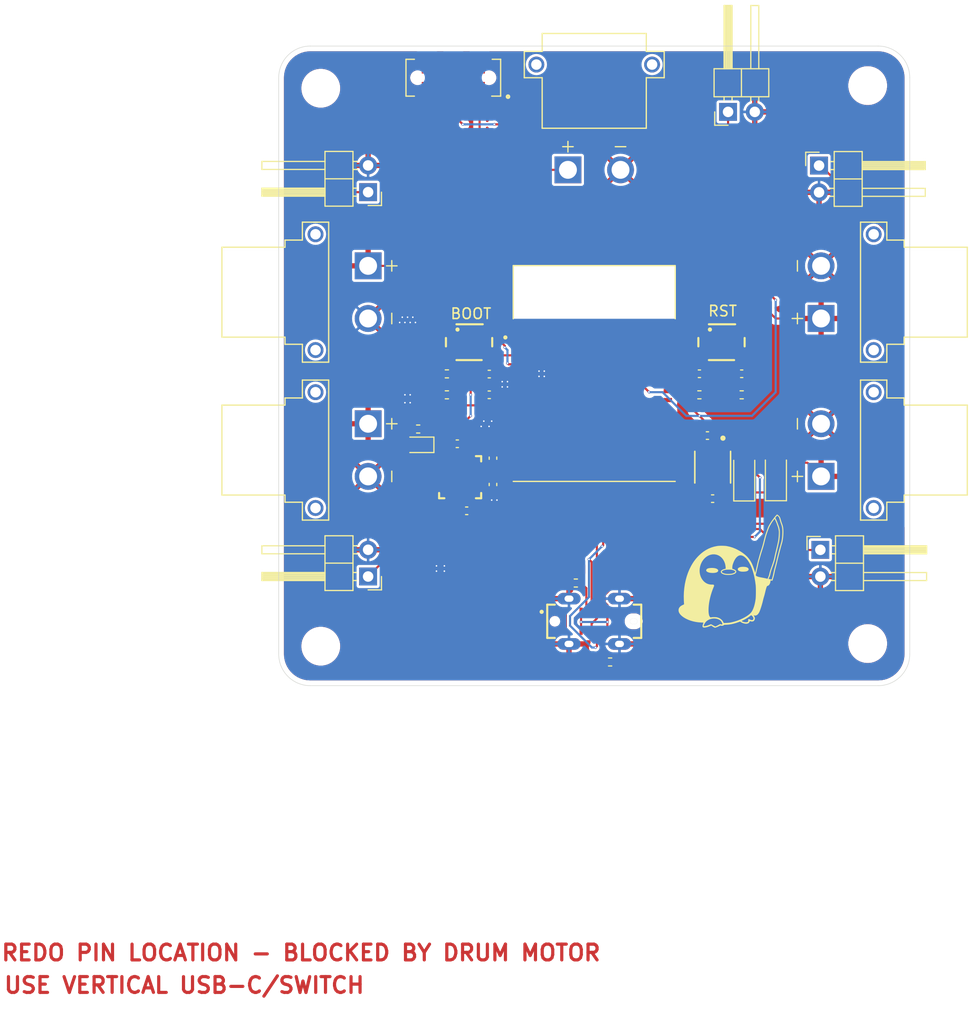
<source format=kicad_pcb>
(kicad_pcb (version 20240108) (generator "pcbnew") (generator_version "8.0")
  (layers (0 "F.Cu" signal) (31 "B.Cu" signal) (34 "B.Paste" user) (35 "F.Paste" user) (36 "B.SilkS" user "B.Silkscreen") (37 "F.SilkS" user "F.Silkscreen") (38 "B.Mask" user) (39 "F.Mask" user) (44 "Edge.Cuts" user))
  (net 0 "")
  (net 1 "GND")
  (net 2 "+3V3")
  (net 3 "+BATT")
  (net 4 "Net-(D1-K)")
  (net 5 "Net-(C11-Pad2)")
  (net 6 "/Main Drive /EN")
  (net 7 "/Main Drive /Az")
  (net 8 "/Main Drive /Ay")
  (net 9 "/Main Drive /Ax")
  (net 10 "/Main Drive /d_motor")
  (net 11 "Net-(D2-A)")
  (net 12 "/Main Drive /l_motor")
  (net 13 "/Main Drive /r_motor")
  (net 14 "Net-(U4-IO4)")
  (net 15 "/Main Drive /Boot")
  (net 17 "/Main Drive /SCL")
  (net 22 "/Main Drive /DP")
  (net 30 "/Main Drive /SDA")
  (net 35 "/Main Drive /DN")
  (net 50 "+V_USB")
  (net 51 "/Main Drive /d_motor_2")
  (net 53 "Net-(SW1-B)")
  (net 60 "Net-(J11-CC2)")
  (net 61 "Net-(J11-CC1)")
  (footprint "Capacitor_SMD:C_0402_1005Metric" (layer "F.Cu") (at 170.02 95.40132)
    (property "Reference" "C13" (hide yes))
    (property "Value" "22uF" (hide yes))
  )
  (footprint "ADXL335:LFCSP-16" (layer "F.Cu") (at 167.25 105.19632)
    (property "Reference" "U5" (hide yes))
    (property "Value" "ADXL335" (hide yes))
  )
  (footprint "LED_SMD:LED_0603_1608Metric" (layer "F.Cu") (at 163.27 102.12132 180)
    (property "Reference" "D2" (hide yes))
    (property "Value" "LED" (hide yes))
  )
  (footprint "XT30PW-F:AMASS_XT30PW-F" (layer "F.Cu") (at 206.56925 87.62132 -90)
    (property "Reference" "J1" (hide yes))
    (property "Value" "XT30PW-F")
  )
  (footprint "esp32s3mini:XCVR_ESP32-S3-MINI-1-N8" (layer "F.Cu") (at 180 97.87132)
    (property "Reference" "U4" (hide yes))
    (property "Value" "ESP32-S3-MINI-1-N8" (hide yes))
  )
  (footprint "Resistor_SMD:R_0402_1005Metric" (layer "F.Cu") (at 181.51 122.75)
    (property "Reference" "R1" (hide yes))
    (property "Value" "5.1k")
  )
  (footprint "XT30PW-F:AMASS_XT30PW-F" (layer "F.Cu") (at 153.5 102.62132 90)
    (property "Reference" "J5" (hide yes))
    (property "Value" "XT30PW-F")
  )
  (footprint "JS102011JAQN:SW_JS102011JAQN" (layer "F.Cu") (at 166.6 67.25 180)
    (property "Reference" "SW1" (hide yes))
    (property "Value" "SW_SPDT")
  )
  (footprint "TLV76601:DRB0008J-IPC_A" (layer "F.Cu") (at 191.263033 104.24382 -90)
    (property "Reference" "U2" (hide yes))
    (property "Value" "TLV76601QWDRBRQ1" (hide yes))
  )
  (footprint "Resistor_SMD:R_0402_1005Metric" (layer "F.Cu") (at 178.25 115.25 180)
    (property "Reference" "R2" (hide yes))
    (property "Value" "5.1k")
  )
  (footprint "Capacitor_SMD:C_0402_1005Metric" (layer "F.Cu") (at 170.02 97.37132)
    (property "Reference" "C14" (hide yes))
    (property "Value" "0.1uF" (hide yes))
  )
  (footprint "Capacitor_SMD:C_0402_1005Metric" (layer "F.Cu") (at 170.3734 105.88972 -90)
    (property "Reference" "C17" (hide yes))
    (property "Value" "0.1uF" (hide yes))
  )
  (footprint "Resistor_SMD:R_0402_1005Metric" (layer "F.Cu") (at 190 97.37132)
    (property "Reference" "R12" (hide yes))
    (property "Value" "10k" (hide yes))
  )
  (footprint "MountingHole:MountingHole_3.2mm_M3_DIN965" (layer "F.Cu") (at 154 68.25)
    (property "Reference" "H4" (hide yes))
    (property "Value" "MountingHole")
  )
  (footprint "Diode_SMD:D_SOD-123F" (layer "F.Cu") (at 197.2725 105.22132 90)
    (property "Reference" "D1" (hide yes))
    (property "Value" "D" (hide yes))
  )
  (footprint "Capacitor_SMD:C_0402_1005Metric" (layer "F.Cu") (at 166.98 102.02132 180)
    (property "Reference" "C15" (hide yes))
    (property "Value" "0.1uF" (hide yes))
  )
  (footprint "Connector_PinHeader_2.54mm:PinHeader_1x02_P2.54mm_Horizontal" (layer "F.Cu") (at 192.725 70.49632 90)
    (property "Reference" "J10" (hide yes))
    (property "Value" "Conn_01x02_Pin")
  )
  (footprint "Capacitor_SMD:C_0402_1005Metric" (layer "F.Cu") (at 191.258032 107.234353)
    (property "Reference" "C2" (hide yes))
    (property "Value" "1uF")
  )
  (footprint "Connector_PinHeader_2.54mm:PinHeader_1x02_P2.54mm_Horizontal" (layer "F.Cu") (at 158.5 78.12132 180)
    (property "Reference" "J8" (hide yes))
    (property "Value" "Conn_01x02_Pin")
  )
  (footprint "Capacitor_SMD:C_0402_1005Metric" (layer "F.Cu") (at 194.02 95.37132)
    (property "Reference" "C11" (hide yes))
    (property "Value" "0.1uF" (hide yes))
  )
  (footprint "customFootprints:rockerSwitch-434133025816" (layer "F.Cu") (at 168 92.37132)
    (property "Reference" "SW4" (hide yes))
    (property "Value" "~" (hide yes))
  )
  (footprint "Resistor_SMD:R_0402_1005Metric" (layer "F.Cu") (at 165.99 95.38132)
    (property "Reference" "R10" (hide yes))
    (property "Value" "5.1k" (hide yes))
  )
  (footprint "Connector_PinHeader_2.54mm:PinHeader_1x02_P2.54mm_Horizontal" (layer "F.Cu") (at 201.375 75.59632)
    (property "Reference" "J2" (hide yes))
    (property "Value" "Conn_01x02_Pin")
  )
  (footprint "bitmaps:knife_win_10x13" (layer "F.Cu") (at 193.001139 114.12132)
    (property "Reference" "G***" (hide yes))
    (property "Value" "LOGO" (hide yes))
  )
  (footprint "Resistor_SMD:R_0402_1005Metric" (layer "F.Cu") (at 194.02 97.37132 180)
    (property "Reference" "R13" (hide yes))
    (property "Value" "10k" (hide yes))
  )
  (footprint "MountingHole:MountingHole_3.2mm_M3_DIN965" (layer "F.Cu") (at 154 121.25)
    (property "Reference" "H1" (hide yes))
    (property "Value" "MountingHole")
  )
  (footprint "Resistor_SMD:R_0402_1005Metric" (layer "F.Cu") (at 165.99 97.37132 180)
    (property "Reference" "R11" (hide yes))
    (property "Value" "5.1k" (hide yes))
  )
  (footprint "Resistor_SMD:R_0402_1005Metric" (layer "F.Cu") (at 163.26 100.62132 180)
    (property "Reference" "R16" (hide yes))
    (property "Value" "510" (hide yes))
  )
  (footprint "USB4120-03-C_REVA:GCT_USB4120-03-C_REVA" (layer "F.Cu") (at 180 118.885)
    (property "Reference" "J11" (hide yes))
    (property "Value" "USB4120-03-C_REVA")
    (fp_line (start 3.65 -0.26) (end 3.85 -0.26) (stroke (width 0.01)) (layer "Edge.Cuts"))
    (fp_line (start 3.85 0.26) (end 3.65 0.26) (stroke (width 0.01)) (layer "Edge.Cuts"))
    (fp_arc (start 3.39 0) (mid 3.466152 -0.183848) (end 3.65 -0.26) (stroke (width 0.01)) (layer "Edge.Cuts"))
    (fp_arc (start 3.65 0.26) (mid 3.466152 0.183848) (end 3.39 0) (stroke (width 0.01)) (layer "Edge.Cuts"))
    (fp_arc (start 3.85 -0.26) (mid 4.033848 -0.183848) (end 4.11 0) (stroke (width 0.01)) (layer "Edge.Cuts"))
    (fp_arc (start 4.11 0) (mid 4.033848 0.183848) (end 3.85 0.26) (stroke (width 0.01)) (layer "Edge.Cuts"))
  )
  (footprint "customFootprints:rockerSwitch-434133025816" (layer "F.Cu") (at 192 92.37132)
    (property "Reference" "SW3" (hide yes))
    (property "Value" "~" (hide yes))
  )
  (footprint "Capacitor_SMD:C_0402_1005Metric" (layer "F.Cu") (at 170.3734 103.38972 90)
    (property "Reference" "C18" (hide yes))
    (property "Value" "0.1uF" (hide yes))
  )
  (footprint "Capacitor_SMD:C_0402_1005Metric" (layer "F.Cu") (at 190 95.37132 180)
    (property "Reference" "C12" (hide yes))
    (property "Value" "1uF" (hide yes))
  )
  (footprint "Connector_PinHeader_2.54mm:PinHeader_1x02_P2.54mm_Horizontal" (layer "F.Cu") (at 158.5 114.63132 180)
    (property "Reference" "J9" (hide yes))
    (property "Value" "Conn_01x02_Pin")
  )
  (footprint "XT30PW-F:AMASS_XT30PW-F" (layer "F.Cu") (at 206.56925 102.62132 -90)
    (property "Reference" "J4" (hide yes))
    (property "Value" "XT30PW-F")
  )
  (footprint "XT30PW-M:AMASS_XT30PW-M" (layer "F.Cu") (at 180 66)
    (property "Reference" "J3" (hide yes))
    (property "Value" "XT30PW-M")
  )
  (footprint "MountingHole:MountingHole_3.2mm_M3_DIN965" (layer "F.Cu") (at 206 121)
    (property "Reference" "H2" (hide yes))
    (property "Value" "MountingHole")
  )
  (footprint "Capacitor_SMD:C_0402_1005Metric" (layer "F.Cu") (at 167.8734 108.38972 180)
    (property "Reference" "C16" (hide yes))
    (property "Value" "0.1uF" (hide yes))
  )
  (footprint "Capacitor_SMD:C_0402_1005Metric" (layer "F.Cu") (at 190.763033 101.24382)
    (property "Reference" "C1" (hide yes))
    (property "Value" "2.2uF")
  )
  (footprint "XT30PW-F:AMASS_XT30PW-F" (layer "F.Cu") (at 153.5 87.62132 90)
    (property "Reference" "J6" (hide yes))
    (property "Value" "XT30PW-F")
  )
  (footprint "MountingHole:MountingHole_3.2mm_M3_DIN965" (layer "F.Cu") (at 206 68)
    (property "Reference" "H3" (hide yes))
    (property "Value" "MountingHole")
  )
  (footprint "Connector_PinHeader_2.54mm:PinHeader_1x02_P2.54mm_Horizontal" (layer "F.Cu") (at 201.5 112.09632)
    (property "Reference" "J7" (hide yes))
    (property "Value" "Conn_01x02_Pin")
  )
  (footprint "Diode_SMD:D_SOD-123F" (layer "F.Cu") (at 194.263033 105.24382 90)
    (property "Reference" "D3" (hide yes))
    (property "Value" "D" (hide yes))
  )
  (gr_line (start 207 125) (end 153 125) (stroke (width 0.05)) (layer "Edge.Cuts"))
  (gr_arc (start 150 67.24264) (mid 150.87868 65.12132) (end 153 64.24264) (stroke (width 0.05)) (layer "Edge.Cuts"))
  (gr_line (start 210 67.24264) (end 210.000001 122.000001) (stroke (width 0.05)) (layer "Edge.Cuts"))
  (gr_line (start 153 64.24264) (end 207 64.24264) (stroke (width 0.05)) (layer "Edge.Cuts"))
  (gr_arc (start 153 125) (mid 150.87868 124.12132) (end 150 122) (stroke (width 0.05)) (layer "Edge.Cuts"))
  (gr_arc (start 210.000001 122.000001) (mid 209.121321 124.121321) (end 207.000001 125.000001) (stroke (width 0.05)) (layer "Edge.Cuts"))
  (gr_arc (start 207 64.24264) (mid 209.12132 65.12132) (end 210 67.24264) (stroke (width 0.05)) (layer "Edge.Cuts"))
  (gr_line (start 150 122) (end 150 67.24264) (stroke (width 0.05)) (layer "Edge.Cuts"))
  (gr_text "USE VERTICAL USB-C/SWITCH\n\n" (at 123.75 156.75 0) (layer "F.Cu") (effects (font (size 1.5 1.5) (thickness 0.3) (bold yes)) (justify left bottom)))
  (gr_text "REDO PIN LOCATION - BLOCKED BY DRUM MOTOR" (at 123.5 151.25 0) (layer "F.Cu") (effects (font (size 1.5 1.5) (thickness 0.3) (bold yes)) (justify left bottom)))
  (gr_text "BOOT" (at 166.25 90.25 0) (layer "F.SilkS") (effects (font (size 1 1)) (justify left bottom)))
  (gr_text "RST\n" (at 190.75 90 0) (layer "F.SilkS") (effects (font (size 1 1)) (justify left bottom)))
  (segment (start 171.165686 103.702006) (end 170.3734 102.90972) (width 0.2) (layer "F.Cu") (net 1))
  (segment (start 166.925 106.94632) (end 166.925 105.52132) (width 0.2) (layer "F.Cu") (net 1))
  (segment (start 166.925 105.52132) (end 167.25 105.19632) (width 0.2) (layer "F.Cu") (net 1))
  (segment (start 190.288034 103.268821) (end 191.263033 104.24382) (width 0.2) (layer "F.Cu") (net 1))
  (segment (start 190.938032 105.734353) (end 190.938032 104.568821) (width 0.2) (layer "F.Cu") (net 1))
  (segment (start 171.165686 104.22132) (end 171.165686 103.702006) (width 0.2) (layer "F.Cu") (net 1))
  (segment (start 190.288034 102.753287) (end 190.288034 103.268821) (width 0.2) (layer "F.Cu") (net 1))
  (segment (start 171.815686 104.87132) (end 171.165686 104.22132) (width 0.2) (layer "F.Cu") (net 1))
  (segment (start 166.925 104.87132) (end 167.25 105.19632) (width 0.2) (layer "F.Cu") (net 1))
  (segment (start 166.925 105.52132) (end 165.5 105.52132) (width 0.2) (layer "F.Cu") (net 1))
  (segment (start 190.938032 104.568821) (end 191.263033 104.24382) (width 0.2) (layer "F.Cu") (net 1))
  (segment (start 173 104.87132) (end 171.815686 104.87132) (width 0.2) (layer "F.Cu") (net 1))
  (segment (start 165.5 104.87132) (end 166.925 104.87132) (width 0.2) (layer "F.Cu") (net 1))
  (via (at 165 114.12132) (size 0.25) (drill 0.15) (layers "F.Cu" "B.Cu") (net 1))
  (via (at 169.25 100.37132) (size 0.25) (drill 0.15) (layers "F.Cu" "B.Cu") (net 1))
  (via (at 161.75 90) (size 0.25) (drill 0.15) (layers "F.Cu" "B.Cu") (net 1))
  (via (at 174.75 95.12132) (size 0.25) (drill 0.15) (layers "F.Cu" "B.Cu") (net 1))
  (via (at 170.25 99.87132) (size 0.25) (drill 0.15) (layers "F.Cu" "B.Cu") (net 1))
  (via (at 165.75 114.12132) (size 0.25) (drill 0.15) (layers "F.Cu" "B.Cu") (net 1))
  (via (at 171.75 96.62132) (size 0.25) (drill 0.15) (layers "F.Cu" "B.Cu") (net 1))
  (via (at 162.5 97.37132) (size 0.25) (drill 0.15) (layers "F.Cu" "B.Cu") (net 1))
  (via (at 162.5 90.5) (size 0.25) (drill 0.15) (layers "F.Cu" "B.Cu") (net 1))
  (via (at 161.5 90.5) (size 0.25) (drill 0.15) (layers "F.Cu" "B.Cu") (net 1))
  (via (at 162.5 98.12132) (size 0.25) (drill 0.15) (layers "F.Cu" "B.Cu") (net 1))
  (via (at 162 90.5) (size 0.25) (drill 0.15) (layers "F.Cu" "B.Cu") (net 1))
  (via (at 165 113.62132) (size 0.25) (drill 0.15) (layers "F.Cu" "B.Cu") (net 1))
  (via (at 162 97.37132) (size 0.25) (drill 0.15) (layers "F.Cu" "B.Cu") (net 1))
  (via (at 162.25 90) (size 0.25) (drill 0.15) (layers "F.Cu" "B.Cu") (net 1))
  (via (at 165.75 113.62132) (size 0.25) (drill 0.15) (layers "F.Cu" "B.Cu") (net 1))
  (via (at 171.25 96.62132) (size 0.25) (drill 0.15) (layers "F.Cu" "B.Cu") (net 1))
  (via (at 170 100.37132) (size 0.25) (drill 0.15) (layers "F.Cu" "B.Cu") (net 1))
  (via (at 170.25 107.37132) (size 0.25) (drill 0.15) (layers "F.Cu" "B.Cu") (net 1))
  (via (at 162.75 90) (size 0.25) (drill 0.15) (layers "F.Cu" "B.Cu") (net 1))
  (via (at 174.75 95.62132) (size 0.25) (drill 0.15) (layers "F.Cu" "B.Cu") (net 1))
  (via (at 175.25 95.62132) (size 0.25) (drill 0.15) (layers "F.Cu" "B.Cu") (net 1))
  (via (at 170.75 107.37132) (size 0.25) (drill 0.15) (layers "F.Cu" "B.Cu") (net 1))
  (via (at 163 90.5) (size 0.25) (drill 0.15) (layers "F.Cu" "B.Cu") (net 1))
  (via (at 162 98.12132) (size 0.25) (drill 0.15) (layers "F.Cu" "B.Cu") (net 1))
  (via (at 171.75 96.12132) (size 0.25) (drill 0.15) (layers "F.Cu" "B.Cu") (net 1))
  (via (at 171.25 96.12132) (size 0.25) (drill 0.15) (layers "F.Cu" "B.Cu") (net 1))
  (via (at 175.25 95.12132) (size 0.25) (drill 0.15) (layers "F.Cu" "B.Cu") (net 1))
  (via (at 169.5 99.87132) (size 0.25) (drill 0.15) (layers "F.Cu" "B.Cu") (net 1))
  (segment (start 190.022272 99.393592) (end 190.022272 99.413592) (width 0.2) (layer "F.Cu") (net 2))
  (segment (start 167.46 100.16132) (end 168.25 99.37132) (width 0.2) (layer "F.Cu") (net 2))
  (segment (start 190.022272 99.413592) (end 190 99.39132) (width 0.2) (layer "F.Cu") (net 2))
  (segment (start 185.2 97.1) (end 181.72132 93.62132) (width 0.2) (layer "F.Cu") (net 2))
  (segment (start 169.54 95.33132) (end 169.54 95.40132) (width 0.2) (layer "F.Cu") (net 2))
  (segment (start 166.06 100.62132) (end 167.46 102.02132) (width 0.2) (layer "F.Cu") (net 2))
  (segment (start 190 99.39132) (end 190 99.37132) (width 0.2) (layer "F.Cu") (net 2))
  (segment (start 173 93.62132) (end 171.25 93.62132) (width 0.2) (layer "F.Cu") (net 2))
  (segment (start 192.725 83.84632) (end 197.25 88.37132) (width 0.2) (layer "F.Cu") (net 2))
  (segment (start 189.49 98.88132) (end 189.98 99.37132) (width 0.2) (layer "F.Cu") (net 2))
  (segment (start 192.238032 102.238819) (end 192.238032 102.753287) (width 0.2) (layer "F.Cu") (net 2))
  (segment (start 181.72132 93.62132) (end 181.75 93.62132) (width 0.2) (layer "F.Cu") (net 2))
  (segment (start 189.98 99.37132) (end 190 99.37132) (width 0.2) (layer "F.Cu") (net 2))
  (segment (start 171.25 93.62132) (end 169.54 95.33132) (width 0.2) (layer "F.Cu") (net 2))
  (segment (start 173 93.62132) (end 181.72132 93.62132) (width 0.2) (layer "F.Cu") (net 2))
  (segment (start 190 99.37132) (end 190.022272 99.393592) (width 0.2) (layer "F.Cu") (net 2))
  (segment (start 167.46 102.02132) (end 167.46 100.16132) (width 0.2) (layer "F.Cu") (net 2))
  (segment (start 163.77 100.62132) (end 166.06 100.62132) (width 0.2) (layer "F.Cu") (net 2))
  (segment (start 190.938032 101.548821) (end 191.243033 101.24382) (width 0.2) (layer "F.Cu") (net 2))
  (segment (start 168.25 97.37132) (end 168.25 96.69132) (width 0.2) (layer "F.Cu") (net 2))
  (segment (start 168.25 96.69132) (end 169.54 95.40132) (width 0.2) (layer "F.Cu") (net 2))
  (segment (start 192.725 70.49632) (end 192.725 83.84632) (width 0.2) (layer "F.Cu") (net 2))
  (segment (start 191.243033 101.24382) (end 192.238032 102.238819) (width 0.2) (layer "F.Cu") (net 2))
  (segment (start 191.243033 100.614353) (end 190 99.37132) (width 0.2) (layer "F.Cu") (net 2))
  (segment (start 189.49 98.88132) (end 189.49 97.37132) (width 0.2) (layer "F.Cu") (net 2))
  (segment (start 191.243033 101.24382) (end 191.243033 100.614353) (width 0.2) (layer "F.Cu") (net 2))
  (segment (start 190.938032 102.753287) (end 190.938032 101.548821) (width 0.2) (layer "F.Cu") (net 2))
  (via (at 168.25 99.37132) (size 0.25) (drill 0.15) (layers "F.Cu" "B.Cu") (net 2))
  (via (at 168.25 97.37132) (size 0.25) (drill 0.15) (layers "F.Cu" "B.Cu") (net 2))
  (via (at 197.25 88.37132) (size 0.25) (drill 0.15) (layers "F.Cu" "B.Cu") (net 2))
  (via (at 190 99.37132) (size 0.25) (drill 0.15) (layers "F.Cu" "B.Cu") (net 2))
  (via (at 185.2 97.1) (size 0.25) (drill 0.15) (layers "F.Cu" "B.Cu") (net 2))
  (segment (start 197.25 88.37132) (end 197.25 97.12132) (width 0.2) (layer "B.Cu") (net 2))
  (segment (start 168.25 97.37132) (end 168.25 99.37132) (width 0.2) (layer "B.Cu") (net 2))
  (segment (start 195 99.37132) (end 190 99.37132) (width 0.2) (layer "B.Cu") (net 2))
  (segment (start 188.75 99.37132) (end 190 99.37132) (width 0.2) (layer "B.Cu") (net 2))
  (segment (start 185.22868 97.12132) (end 185.2 97.1) (width 0.2) (layer "B.Cu") (net 2))
  (segment (start 185.25 97.12132) (end 185.22868 97.12132) (width 0.2) (layer "B.Cu") (net 2))
  (segment (start 185.2 97.1) (end 185.27132 97.12132) (width 0.2) (layer "B.Cu") (net 2))
  (segment (start 197.25 97.12132) (end 195 99.37132) (width 0.2) (layer "B.Cu") (net 2))
  (segment (start 186.5 97.12132) (end 188.75 99.37132) (width 0.2) (layer "B.Cu") (net 2))
  (segment (start 185.27132 97.12132) (end 186.5 97.12132) (width 0.2) (layer "B.Cu") (net 2))
  (segment (start 169.25 77.92132) (end 169.1 77.77132) (width 0.2) (layer "F.Cu") (net 3))
  (segment (start 158.74 95.38132) (end 165.48 95.38132) (width 0.2) (layer "F.Cu") (net 3))
  (segment (start 172.95 77.92132) (end 173 77.87132) (width 0.2) (layer "F.Cu") (net 3))
  (segment (start 158.5 100.12132) (end 158.5 95.62132) (width 0.2) (layer "F.Cu") (net 3))
  (segment (start 200.26925 103.82132) (end 201.56925 105.12132) (width 0.2) (layer "F.Cu") (net 3))
  (segment (start 165.75 85.12132) (end 169.25 81.62132) (width 0.2) (layer "F.Cu") (net 3))
  (segment (start 174.5 79.37132) (end 186.5 79.37132) (width 0.2) (layer "F.Cu") (net 3))
  (segment (start 197.2725 103.82132) (end 200.26925 103.82132) (width 0.2) (layer "F.Cu") (net 3))
  (segment (start 197.25 90.12132) (end 201.56925 90.12132) (width 0.2) (layer "F.Cu") (net 3))
  (segment (start 186.5 79.37132) (end 197.25 90.12132) (width 0.2) (layer "F.Cu") (net 3))
  (segment (start 169.1 77.77132) (end 169.1 68.45) (width 0.2) (layer "F.Cu") (net 3))
  (segment (start 169.25 77.92132) (end 172.95 77.92132) (width 0.2) (layer "F.Cu") (net 3))
  (segment (start 158.5 85.12132) (end 165.75 85.12132) (width 0.2) (layer "F.Cu") (net 3))
  (segment (start 173 77.87132) (end 174.5 79.37132) (width 0.2) (layer "F.Cu") (net 3))
  (segment (start 158.5 95.62132) (end 158.74 95.38132) (width 0.2) (layer "F.Cu") (net 3))
  (segment (start 169.25 81.62132) (end 169.25 77.92132) (width 0.2) (layer "F.Cu") (net 3))
  (segment (start 190.288034 106.744355) (end 190.778032 107.234353) (width 0.2) (layer "F.Cu") (net 4))
  (segment (start 190.288034 105.734353) (end 190.288034 106.744355) (width 0.2) (layer "F.Cu") (net 4))
  (segment (start 194.263033 106.64382) (end 197.25 106.64382) (width 0.2) (layer "F.Cu") (net 4))
  (segment (start 192.238032 106.399885) (end 192.238032 105.734353) (width 0.2) (layer "F.Cu") (net 4))
  (segment (start 192.481967 106.64382) (end 194.263033 106.64382) (width 0.2) (layer "F.Cu") (net 4))
  (segment (start 192.138032 106.499885) (end 192.238032 106.399885) (width 0.2) (layer "F.Cu") (net 4))
  (segment (start 192.238032 106.399885) (end 192.481967 106.64382) (width 0.2) (layer "F.Cu") (net 4))
  (segment (start 197.25 106.64382) (end 197.2725 106.62132) (width 0.2) (layer "F.Cu") (net 4))
  (segment (start 190.778032 107.234353) (end 191.5125 106.499885) (width 0.2) (layer "F.Cu") (net 4))
  (segment (start 191.5125 106.499885) (end 192.138032 106.499885) (width 0.2) (layer "F.Cu") (net 4))
  (segment (start 187 91.92132) (end 187.35 91.92132) (width 0.2) (layer "F.Cu") (net 6))
  (segment (start 188.5 95.12132) (end 188.75 95.37132) (width 0.2) (layer "F.Cu") (net 6))
  (segment (start 188.75 95.37132) (end 189.52 95.37132) (width 0.2) (layer "F.Cu") (net 6))
  (segment (start 187.35 91.92132) (end 188.5 93.07132) (width 0.2) (layer "F.Cu") (net 6))
  (segment (start 188.5 93.07132) (end 188.5 95.12132) (width 0.2) (layer "F.Cu") (net 6))
  (segment (start 175.75 106.62132) (end 175.75 104.87132) (width 0.2) (layer "F.Cu") (net 7))
  (segment (start 168.225 108.26132) (end 168.3534 108.38972) (width 0.2) (layer "F.Cu") (net 7))
  (segment (start 168.3534 108.38972) (end 173.9816 108.38972) (width 0.2) (layer "F.Cu") (net 7))
  (segment (start 173.9816 108.38972) (end 175.75 106.62132) (width 0.2) (layer "F.Cu") (net 7))
  (segment (start 168.225 106.94632) (end 168.225 108.26132) (width 0.2) (layer "F.Cu") (net 7))
  (segment (start 174.9 104.87132) (end 174.9 105.537006) (width 0.2) (layer "F.Cu") (net 8))
  (segment (start 169 105.52132) (end 170.2618 105.52132) (width 0.2) (layer "F.Cu") (net 8))
  (segment (start 174.9 105.537006) (end 173.665685 106.77132) (width 0.2) (layer "F.Cu") (net 8))
  (segment (start 170.2618 105.52132) (end 170.3734 105.40972) (width 0.2) (layer "F.Cu") (net 8))
  (segment (start 171.735 106.77132) (end 170.3734 105.40972) (width 0.2) (layer "F.Cu") (net 8))
  (segment (start 173.665685 106.77132) (end 171.735 106.77132) (width 0.2) (layer "F.Cu") (net 8))
  (segment (start 171 104.62132) (end 171.5 105.12132) (width 0.2) (layer "F.Cu") (net 9))
  (segment (start 172 106.37132) (end 173.5 106.37132) (width 0.2) (layer "F.Cu") (net 9))
  (segment (start 170.0218 104.22132) (end 170.3734 103.86972) (width 0.2) (layer "F.Cu") (net 9))
  (segment (start 170.0218 104.22132) (end 170.121134 104.22132) (width 0.2) (layer "F.Cu") (net 9))
  (segment (start 171.5 105.12132) (end 171.5 105.87132) (width 0.2) (layer "F.Cu") (net 9))
  (segment (start 170.121134 104.22132) (end 170.521134 104.62132) (width 0.2) (layer "F.Cu") (net 9))
  (segment (start 170.521134 104.62132) (end 171 104.62132) (width 0.2) (layer "F.Cu") (net 9))
  (segment (start 171.5 105.87132) (end 172 106.37132) (width 0.2) (layer "F.Cu") (net 9))
  (segment (start 173.5 106.37132) (end 174.05 105.82132) (width 0.2) (layer "F.Cu") (net 9))
  (segment (start 174.05 105.82132) (end 174.05 104.87132) (width 0.2) (layer "F.Cu") (net 9))
  (segment (start 169 104.22132) (end 170.0218 104.22132) (width 0.2) (layer "F.Cu") (net 9))
  (segment (start 179.15 105.47132) (end 179.15 104.87132) (width 0.2) (layer "F.Cu") (net 10))
  (segment (start 158.5 114.63132) (end 161.26 111.87132) (width 0.2) (layer "F.Cu") (net 10))
  (segment (start 161.26 111.87132) (end 172.75 111.87132) (width 0.2) (layer "F.Cu") (net 10))
  (segment (start 172.75 111.87132) (end 179.15 105.47132) (width 0.2) (layer "F.Cu") (net 10))
  (segment (start 181.7 104.87132) (end 181.7 105.07132) (width 0.2) (layer "F.Cu") (net 12))
  (segment (start 195.75 110.12132) (end 197.74 112.11132) (width 0.2) (layer "F.Cu") (net 12))
  (segment (start 197.74 112.11132) (end 201.5 112.11132) (width 0.2) (layer "F.Cu") (net 12))
  (segment (start 181.7 105.07132) (end 186.75 110.12132) (width 0.2) (layer "F.Cu") (net 12))
  (segment (start 186.75 110.12132) (end 195.75 110.12132) (width 0.2) (layer "F.Cu") (net 12))
  (segment (start 208.75 82.811488) (end 201.519832 75.58132) (width 0.2) (layer "F.Cu") (net 13))
  (segment (start 182.55 104.87132) (end 182.55 105.07132) (width 0.2) (layer "F.Cu") (net 13))
  (segment (start 187.1 109.62132) (end 208.75 109.62132) (width 0.2) (layer "F.Cu") (net 13))
  (segment (start 201.519832 75.58132) (end 201.5 75.58132) (width 0.2) (layer "F.Cu") (net 13))
  (segment (start 208.75 109.62132) (end 208.75 82.811488) (width 0.2) (layer "F.Cu") (net 13))
  (segment (start 182.55 105.07132) (end 187.1 109.62132) (width 0.2) (layer "F.Cu") (net 13))
  (segment (start 171.75 98.37132) (end 167.5 98.37132) (width 0.2) (layer "F.Cu") (net 14))
  (segment (start 167.5 98.37132) (end 166.5 97.37132) (width 0.2) (layer "F.Cu") (net 14))
  (segment (start 172.25 97.87132) (end 171.75 98.37132) (width 0.2) (layer "F.Cu") (net 14))
  (segment (start 173 97.87132) (end 172.25 97.87132) (width 0.2) (layer "F.Cu") (net 14))
  (segment (start 170.075 91.29632) (end 171.5 92.72132) (width 0.2) (layer "F.Cu") (net 15))
  (segment (start 170.075 91.44632) (end 170.075 91.29632) (width 0.2) (layer "F.Cu") (net 15))
  (segment (start 171.953554 94.47132) (end 173 94.47132) (width 0.2) (layer "F.Cu") (net 15))
  (segment (start 171.953554 94.47132) (end 171.85 94.47132) (width 0.2) (layer "F.Cu") (net 15))
  (segment (start 171.85 94.47132) (end 171.75 94.37132) (width 0.2) (layer "F.Cu") (net 15))
  (segment (start 171.5 92.72132) (end 171.5 92.87132) (width 0.2) (layer "F.Cu") (net 15))
  (via (at 171.75 94.37132) (size 0.25) (drill 0.15) (layers "F.Cu" "B.Cu") (net 15))
  (via (at 171.5 92.87132) (size 0.25) (drill 0.15) (layers "F.Cu" "B.Cu") (net 15))
  (segment (start 171.75 93.12132) (end 171.5 92.87132) (width 0.2) (layer "B.Cu") (net 15))
  (segment (start 171.75 94.37132) (end 171.75 93.12132) (width 0.2) (layer "B.Cu") (net 15))
  (segment (start 180.25 121.25) (end 180.25 119.75) (width 0.2) (layer "F.Cu") (net 22))
  (segment (start 179.75 113.25) (end 179.5 113) (width 0.2) (layer "F.Cu") (net 22))
  (segment (start 180.85 111.65) (end 180.85 104.87132) (width 0.2) (layer "F.Cu") (net 22))
  (segment (start 180.75 111.75) (end 180.85 111.65) (width 0.2) (layer "F.Cu") (net 22))
  (segment (start 179.75 118.02) (end 179.75 113.25) (width 0.2) (layer "F.Cu") (net 22))
  (segment (start 180.125 121.375) (end 180.25 121.25) (width 0.2) (layer "F.Cu") (net 22))
  (via (at 180.75 111.75) (size 0.25) (drill 0.15) (layers "F.Cu" "B.Cu") (net 22))
  (via (at 180.125 121.375) (size 0.25) (drill 0.15) (layers "F.Cu" "B.Cu") (net 22))
  (via (at 179.5 113) (size 0.25) (drill 0.15) (layers "F.Cu" "B.Cu") (net 22))
  (segment (start 180 112.5) (end 180.75 111.75) (width 0.2) (layer "B.Cu") (net 22))
  (segment (start 180.125 121.375) (end 179.775 121.375) (width 0.2) (layer "B.Cu") (net 22))
  (segment (start 179.5 113) (end 180 112.5) (width 0.2) (layer "B.Cu") (net 22))
  (segment (start 179.775 121.375) (end 177.7 119.3) (width 0.2) (layer "B.Cu") (net 22))
  (segment (start 179.5 116.587082) (end 179.5 113) (width 0.2) (layer "B.Cu") (net 22))
  (segment (start 177.7 118.387082) (end 179.5 116.587082) (width 0.2) (layer "B.Cu") (net 22))
  (segment (start 177.7 119.3) (end 177.7 118.387082) (width 0.2) (layer "B.Cu") (net 22))
  (segment (start 179.75 119.75) (end 179.75 119.115) (width 0.2) (layer "F.Cu") (net 35))
  (segment (start 180.25 118.615) (end 180.25 118.02) (width 0.2) (layer "F.Cu") (net 35))
  (segment (start 180.25 105.12132) (end 180 104.87132) (width 0.2) (layer "F.Cu") (net 35))
  (segment (start 179.75 119.115) (end 180.25 118.615) (width 0.2) (layer "F.Cu") (net 35))
  (segment (start 180.25 118.02) (end 180.25 105.12132) (width 0.2) (layer "F.Cu") (net 35))
  (segment (start 181.25 118.95) (end 181.25 119) (width 0.2) (layer "F.Cu") (net 50))
  (segment (start 194.263033 103.84382) (end 194.363033 103.84382) (width 0.2) (layer "F.Cu") (net 50))
  (segment (start 178.75 118.95) (end 178.75 119.75) (width 0.2) (layer "F.Cu") (net 50))
  (segment (start 194.363033 103.84382) (end 195.763033 105.24382) (width 0.2) (layer "F.Cu") (net 50))
  (segment (start 181 117.087082) (end 181 116.382918) (width 0.2) (layer "F.Cu") (net 50))
  (segment (start 181.25 118.95) (end 181.25 118.02) (width 0.2) (layer "F.Cu") (net 50))
  (segment (start 181.25 117.337082) (end 181 117.087082) (width 0.2) (layer "F.Cu") (net 50))
  (segment (start 181.25 119.75) (end 181.25 119) (width 0.2) (layer "F.Cu") (net 50))
  (segment (start 181 116.382918) (end 181.886598 115.49632) (width 0.2) (layer "F.Cu") (net 50))
  (segment (start 190.25 110.87132) (end 195.25 110.87132) (width 0.2) (layer "F.Cu") (net 50))
  (segment (start 178.75 118.95) (end 178.75 118.02) (width 0.2) (layer "F.Cu") (net 50))
  (segment (start 181.25 119) (end 181.25 117.337082) (width 0.2) (layer "F.Cu") (net 50))
  (segment (start 181.886598 115.49632) (end 185.625 115.49632) (width 0.2) (layer "F.Cu") (net 50))
  (segment (start 185.625 115.49632) (end 190.25 110.87132) (width 0.2) (layer "F.Cu") (net 50))
  (via (at 178.75 118.95) (size 0.25) (drill 0.15) (layers "F.Cu" "B.Cu") (net 50))
  (via (at 195.763033 105.24382) (size 0.25) (drill 0.15) (layers "F.Cu" "B.Cu") (net 50))
  (via (at 181.25 118.95) (size 0.25) (drill 0.15) (layers "F.Cu" "B.Cu") (net 50))
  (via (at 195.25 110.87132) (size 0.25) (drill 0.15) (layers "F.Cu" "B.Cu") (net 50))
  (segment (start 195.25 110.87132) (end 195.75 110.37132) (width 0.2) (layer "B.Cu") (net 50))
  (segment (start 181.25 118.95) (end 178.75 118.95) (width 0.2) (layer "B.Cu") (net 50))
  (segment (start 195.75 110.37132) (end 195.75 105.37132) (width 0.2) (layer "B.Cu") (net 50))
  (segment (start 153.5 110.37132) (end 166.25 110.37132) (width 0.2) (layer "F.Cu") (net 51))
  (segment (start 151.5 108.37132) (end 153.5 110.37132) (width 0.2) (layer "F.Cu") (net 51))
  (segment (start 158.5 78.12132) (end 154.75 78.12132) (width 0.2) (layer "F.Cu") (net 51))
  (segment (start 178.3 105.07132) (end 178.3 104.87132) (width 0.2) (layer "F.Cu") (net 51))
  (segment (start 167 111.12132) (end 172.25 111.12132) (width 0.2) (layer "F.Cu") (net 51))
  (segment (start 166.25 110.37132) (end 167 111.12132) (width 0.2) (layer "F.Cu") (net 51))
  (segment (start 151.5 81.37132) (end 151.5 108.37132) (width 0.2) (layer "F.Cu") (net 51))
  (segment (start 154.75 78.12132) (end 151.5 81.37132) (width 0.2) (layer "F.Cu") (net 51))
  (segment (start 172.25 111.12132) (end 178.3 105.07132) (width 0.2) (layer "F.Cu") (net 51))
  (segment (start 175.75 76) (end 177.5 76) (width 0.2) (layer "F.Cu") (net 53))
  (segment (start 166.6 68.45) (end 166.6 70.77868) (width 0.2) (layer "F.Cu") (net 53))
  (segment (start 170.5 71.67868) (end 171.42868 71.67868) (width 0.2) (layer "F.Cu") (net 53))
  (segment (start 171.42868 71.67868) (end 175.75 76) (width 0.2) (layer "F.Cu") (net 53))
  (segment (start 166.6 70.77868) (end 167.5 71.67868) (width 0.2) (layer "F.Cu") (net 53))
  (segment (start 166.5 68.55) (end 166.6 68.45) (width 0.2) (layer "F.Cu") (net 53))
  (via (at 170.5 71.67868) (size 0.25) (drill 0.15) (layers "F.Cu" "B.Cu") (net 53))
  (via (at 167.5 71.67868) (size 0.25) (drill 0.15) (layers "F.Cu" "B.Cu") (net 53))
  (segment (start 167.5 71.67868) (end 167.75 71.67868) (width 0.2) (layer "B.Cu") (net 53))
  (segment (start 167.75 71.67868) (end 170.5 71.67868) (width 0.2) (layer "B.Cu") (net 53))
  (segment (start 180.75 119.75) (end 180.75 122.5) (width 0.2) (layer "F.Cu") (net 60))
  (segment (start 180.75 122.5) (end 181 122.75) (width 0.2) (layer "F.Cu") (net 60))
  (segment (start 179.25 118.02) (end 179.25 115.74) (width 0.2) (layer "F.Cu") (net 61))
  (segment (start 179.25 115.74) (end 178.76 115.25) (width 0.2) (layer "F.Cu") (net 61))
  (zone (net 2) (net_name "+3V3") (layer "F.Cu") (priority 2) (connect_pads (clearance 0.25)) (min_thickness 0.25) (fill yes (thermal_gap 0.5) (thermal_bridge_width 0.5))
    (polygon (pts (xy 166.75 103.87132) (xy 167.885 103.92632) (xy 168.75 103.87132) (xy 168.75 102.87132) (xy 168.75 101.37132) (xy 167.75 101.37132) (xy 167.75 101.23132) (xy 166.75 101.23132)))
  )
  (zone (net 3) (net_name "+BATT") (layer "F.Cu") (priority 1) (connect_pads (clearance 0.25)) (min_thickness 0.25) (fill yes (thermal_gap 0.5) (thermal_bridge_width 0.5))
    (polygon (pts (xy 199.475 87.87132) (xy 205.25 87.87132) (xy 205.5 107.12132) (xy 200 107.12132) (xy 200 102.62132) (xy 203.75 102.62132) (xy 203.75 92.87132) (xy 199.5 92.87132)))
  )
  (zone (net 14) (net_name "Net-(U4-IO4)") (layer "F.Cu") (priority 5) (connect_pads (clearance 0.5)) (min_thickness 0.25) (fill yes (thermal_gap 0.5) (thermal_bridge_width 0.5))
    (polygon (pts (xy 165.99 94.91132) (xy 166.92 94.91132) (xy 166.92 97.84132) (xy 165.99 97.84132)))
  )
  (zone (net 6) (net_name "/Main Drive /EN") (layer "F.Cu") (priority 8) (connect_pads (clearance 0.5)) (min_thickness 0.25) (fill yes (thermal_gap 0.5) (thermal_bridge_width 0.5))
    (polygon (pts (xy 189.09 94.91132) (xy 189.09 95.83132) (xy 189 96.62132) (xy 190 96.62132) (xy 190 97.84132) (xy 194.02 97.84132) (xy 194.02 96.90132) (xy 190.93 96.90132) (xy 190.93 96.12132) (xy 190 96.12132) (xy 190 94.91132)))
  )
  (zone (net 3) (net_name "+BATT") (layer "F.Cu") (priority 1) (connect_pads (clearance 0.25)) (min_thickness 0.25) (fill yes (thermal_gap 0.5) (thermal_bridge_width 0.5))
    (polygon (pts (xy 160.025 102.62132) (xy 155.25 102.62132) (xy 155 81.12132) (xy 160.5 81.12132) (xy 160.5 87.12132) (xy 156.75 87.12132) (xy 156.75 97.62132) (xy 160 97.62132)))
  )
  (zone (net 11) (net_name "Net-(D2-A)") (layer "F.Cu") (priority 14) (connect_pads (clearance 0.25)) (min_thickness 0.2) (fill yes (thermal_gap 0.25) (thermal_bridge_width 0.25))
    (polygon (pts (xy 161.75 102.90757) (xy 163.25 102.91007) (xy 163.25 99.91257) (xy 161.75 99.91257)))
  )
  (zone (net 15) (net_name "/Main Drive /Boot") (layer "F.Cu") (priority 3) (connect_pads (clearance 0.5)) (min_thickness 0.25) (fill yes (thermal_gap 0.5) (thermal_bridge_width 0.5))
    (polygon (pts (xy 165 90.87132) (xy 165 91.87132) (xy 171 91.87132) (xy 171 90.87132)))
  )
  (zone (net 5) (net_name "Net-(C11-Pad2)") (layer "F.Cu") (priority 9) (connect_pads (clearance 0.5)) (min_thickness 0.25) (fill yes (thermal_gap 0.5) (thermal_bridge_width 0.5))
    (polygon (pts (xy 194.02 97.84132) (xy 194.95 97.84132) (xy 194.93 94.91132) (xy 196 94.87132) (xy 196 90.62132) (xy 189.25 90.62132) (xy 189.25 91.87132) (xy 195 91.87132) (xy 195 94.12132) (xy 194 94.12132)))
  )
  (zone (net 2) (net_name "+3V3") (layer "F.Cu") (priority 4) (connect_pads (clearance 0.5)) (min_thickness 0.25) (fill yes (thermal_gap 0.5) (thermal_bridge_width 0.5))
    (polygon (pts (xy 169.11 94.94132) (xy 170.02 94.94132) (xy 170.02 97.83132) (xy 169.11 97.83132)))
  )
  (zone (net 1) (net_name "GND") (layer "F.Cu") (connect_pads (clearance 0.5)) (min_thickness 0.25) (fill yes (thermal_gap 0.5) (thermal_bridge_width 0.5))
    (polygon (pts (xy 150 64.12132) (xy 210 64.12132) (xy 210 125.12132) (xy 150 125.12132)))
  )
  (zone (net 1) (net_name "GND") (layer "B.Cu") (priority 15) (connect_pads (clearance 0.25)) (min_thickness 0.25) (fill yes (thermal_gap 0.25) (thermal_bridge_width 0.25))
    (polygon (pts (xy 150 64.12132) (xy 210 64.12132) (xy 210 125.12132) (xy 150 125.12132)))
  )
)
</source>
